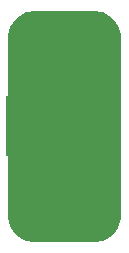
<source format=gbr>
%TF.GenerationSoftware,KiCad,Pcbnew,6.0.1-79c1e3a40b~116~ubuntu20.04.1*%
%TF.CreationDate,2022-01-29T01:29:46+01:00*%
%TF.ProjectId,load,6c6f6164-2e6b-4696-9361-645f70636258,1*%
%TF.SameCoordinates,Original*%
%TF.FileFunction,Copper,L2,Bot*%
%TF.FilePolarity,Positive*%
%FSLAX46Y46*%
G04 Gerber Fmt 4.6, Leading zero omitted, Abs format (unit mm)*
G04 Created by KiCad (PCBNEW 6.0.1-79c1e3a40b~116~ubuntu20.04.1) date 2022-01-29 01:29:46*
%MOMM*%
%LPD*%
G01*
G04 APERTURE LIST*
%TA.AperFunction,ComponentPad*%
%ADD10C,0.800000*%
%TD*%
%TA.AperFunction,SMDPad,CuDef*%
%ADD11R,3.000000X5.200000*%
%TD*%
%TA.AperFunction,ComponentPad*%
%ADD12C,3.400000*%
%TD*%
%TA.AperFunction,ViaPad*%
%ADD13C,0.800000*%
%TD*%
G04 APERTURE END LIST*
D10*
%TO.P,J1,2,Pin_2*%
%TO.N,GND*%
X154500000Y-91000000D03*
X153500000Y-90900000D03*
X153000000Y-93500000D03*
X155000000Y-93500000D03*
X153000000Y-91500000D03*
D11*
X154000000Y-92500000D03*
D10*
X154500000Y-94000000D03*
X153500000Y-94000000D03*
X154000000Y-93500000D03*
X155000000Y-91500000D03*
X154000000Y-91500000D03*
%TD*%
D12*
%TO.P,H4,1,1*%
%TO.N,GND*%
X160000000Y-85000000D03*
%TD*%
%TO.P,H3,1,1*%
%TO.N,GND*%
X155000000Y-85000000D03*
%TD*%
%TO.P,H2,1,1*%
%TO.N,GND*%
X160000000Y-100000000D03*
%TD*%
%TO.P,H1,1,1*%
%TO.N,GND*%
X155000000Y-100000000D03*
%TD*%
D13*
%TO.N,GND*%
X159500000Y-91500000D03*
X159500000Y-93500000D03*
X159000000Y-92500000D03*
X158000000Y-93000000D03*
X158000000Y-92000000D03*
X158500000Y-94000000D03*
X157500000Y-94000000D03*
X156500000Y-94000000D03*
X155500000Y-94000000D03*
X158500000Y-91000000D03*
X157500000Y-91000000D03*
X156500000Y-91000000D03*
X155500000Y-91000000D03*
%TD*%
%TA.AperFunction,Conductor*%
%TO.N,GND*%
G36*
X159988227Y-82702518D02*
G01*
X159999642Y-82705143D01*
X160010517Y-82702682D01*
X160021663Y-82702702D01*
X160021663Y-82702737D01*
X160031724Y-82701919D01*
X160271264Y-82716409D01*
X160283116Y-82717848D01*
X160544542Y-82765756D01*
X160556135Y-82768613D01*
X160761078Y-82832476D01*
X160809872Y-82847681D01*
X160821050Y-82851920D01*
X161063406Y-82960995D01*
X161073991Y-82966551D01*
X161301422Y-83104038D01*
X161311261Y-83110829D01*
X161520463Y-83274728D01*
X161529412Y-83282655D01*
X161717345Y-83470588D01*
X161725272Y-83479537D01*
X161889171Y-83688739D01*
X161895962Y-83698578D01*
X162033449Y-83926009D01*
X162039005Y-83936594D01*
X162148080Y-84178950D01*
X162152319Y-84190128D01*
X162231385Y-84443857D01*
X162234244Y-84455458D01*
X162282152Y-84716884D01*
X162283591Y-84728734D01*
X162283592Y-84728743D01*
X162298050Y-84967755D01*
X162297230Y-84977627D01*
X162297375Y-84977627D01*
X162297355Y-84988778D01*
X162294857Y-84999642D01*
X162297317Y-85010514D01*
X162297317Y-85010516D01*
X162297559Y-85011583D01*
X162300000Y-85033432D01*
X162300000Y-99966040D01*
X162297482Y-99988227D01*
X162294857Y-99999642D01*
X162297318Y-100010517D01*
X162297298Y-100021663D01*
X162297263Y-100021663D01*
X162298081Y-100031726D01*
X162283592Y-100271257D01*
X162282152Y-100283116D01*
X162278549Y-100302780D01*
X162234246Y-100544535D01*
X162231385Y-100556143D01*
X162152319Y-100809872D01*
X162148080Y-100821050D01*
X162039005Y-101063406D01*
X162033449Y-101073991D01*
X161895962Y-101301422D01*
X161889171Y-101311261D01*
X161725272Y-101520463D01*
X161717345Y-101529412D01*
X161529412Y-101717345D01*
X161520463Y-101725272D01*
X161311261Y-101889171D01*
X161301422Y-101895962D01*
X161073991Y-102033449D01*
X161063406Y-102039005D01*
X160821050Y-102148080D01*
X160809872Y-102152319D01*
X160556135Y-102231387D01*
X160544542Y-102234244D01*
X160283116Y-102282152D01*
X160271266Y-102283591D01*
X160032243Y-102298050D01*
X160022373Y-102297230D01*
X160022373Y-102297375D01*
X160011222Y-102297355D01*
X160000358Y-102294857D01*
X159989486Y-102297317D01*
X159989484Y-102297317D01*
X159988417Y-102297559D01*
X159966568Y-102300000D01*
X155033960Y-102300000D01*
X155011773Y-102297482D01*
X155000358Y-102294857D01*
X154989483Y-102297318D01*
X154978337Y-102297298D01*
X154978337Y-102297263D01*
X154968276Y-102298081D01*
X154728736Y-102283591D01*
X154716884Y-102282152D01*
X154455458Y-102234244D01*
X154443865Y-102231387D01*
X154190128Y-102152319D01*
X154178950Y-102148080D01*
X153936594Y-102039005D01*
X153926009Y-102033449D01*
X153698578Y-101895962D01*
X153688739Y-101889171D01*
X153479537Y-101725272D01*
X153470588Y-101717345D01*
X153282655Y-101529412D01*
X153274728Y-101520463D01*
X153110829Y-101311261D01*
X153104038Y-101301422D01*
X152966551Y-101073991D01*
X152960995Y-101063406D01*
X152851920Y-100821050D01*
X152847681Y-100809872D01*
X152768615Y-100556143D01*
X152765754Y-100544535D01*
X152717850Y-100283125D01*
X152717848Y-100283118D01*
X152716408Y-100271256D01*
X152701966Y-100032500D01*
X152703702Y-100011805D01*
X152703235Y-100011751D01*
X152703876Y-100006177D01*
X152705142Y-100000716D01*
X152705143Y-100000000D01*
X152702479Y-99988321D01*
X152700000Y-99966304D01*
X152700000Y-85034222D01*
X152702557Y-85011867D01*
X152703875Y-85006181D01*
X152705142Y-85000716D01*
X152705143Y-85000000D01*
X152703900Y-84994552D01*
X152703278Y-84988992D01*
X152703654Y-84988950D01*
X152701935Y-84968016D01*
X152716408Y-84728743D01*
X152716409Y-84728742D01*
X152716409Y-84728736D01*
X152717848Y-84716884D01*
X152765756Y-84455458D01*
X152768615Y-84443857D01*
X152847681Y-84190128D01*
X152851920Y-84178950D01*
X152960995Y-83936594D01*
X152966551Y-83926009D01*
X153104038Y-83698578D01*
X153110829Y-83688739D01*
X153274728Y-83479537D01*
X153282655Y-83470588D01*
X153470588Y-83282655D01*
X153479537Y-83274728D01*
X153688739Y-83110829D01*
X153698578Y-83104038D01*
X153926009Y-82966551D01*
X153936594Y-82960995D01*
X154178950Y-82851920D01*
X154190128Y-82847681D01*
X154238922Y-82832476D01*
X154443865Y-82768613D01*
X154455458Y-82765756D01*
X154716884Y-82717848D01*
X154728734Y-82716409D01*
X154967757Y-82701950D01*
X154977627Y-82702770D01*
X154977627Y-82702625D01*
X154988778Y-82702645D01*
X154999642Y-82705143D01*
X155010514Y-82702683D01*
X155010516Y-82702683D01*
X155011583Y-82702441D01*
X155033432Y-82700000D01*
X159966040Y-82700000D01*
X159988227Y-82702518D01*
G37*
%TD.AperFunction*%
%TD*%
M02*

</source>
